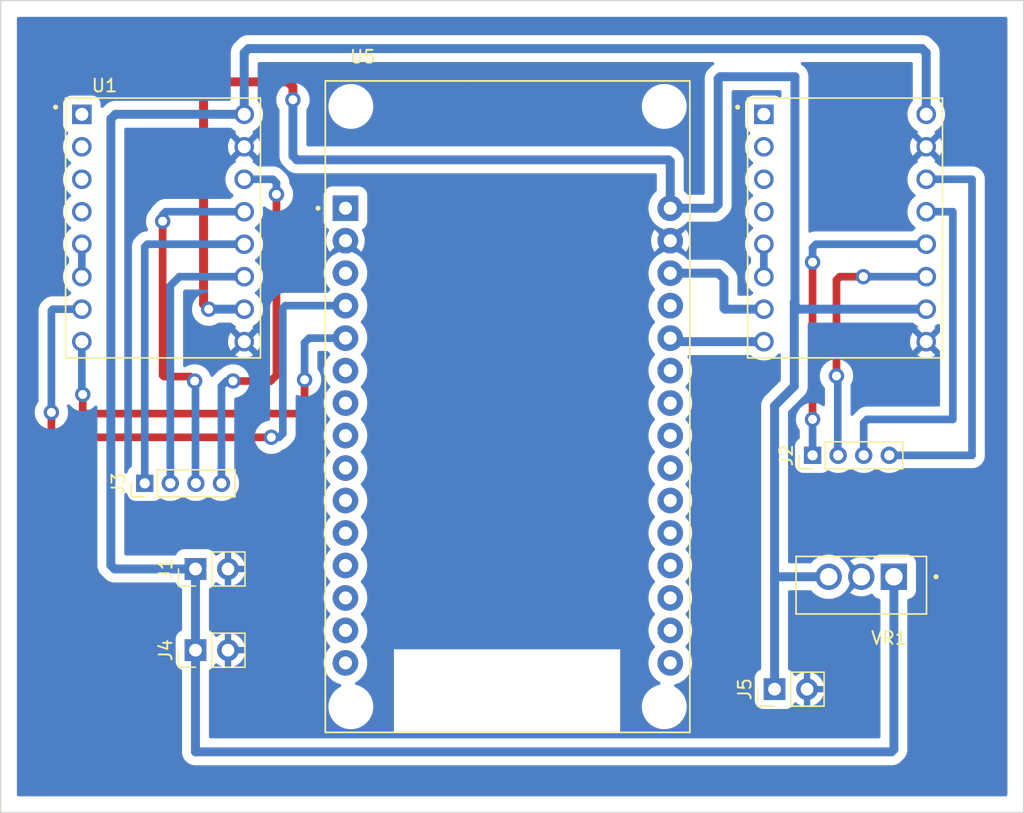
<source format=kicad_pcb>
(kicad_pcb (version 20221018) (generator pcbnew)
  (layers (0 "F.Cu" signal) (31 "B.Cu" signal) (34 "B.Paste" user) (35 "F.Paste" user) (36 "B.SilkS" user "B.Silkscreen") (37 "F.SilkS" user "F.Silkscreen") (38 "B.Mask" user) (39 "F.Mask" user) (44 "Edge.Cuts" user))
  (net 0 "")
  (net 1 "12V")
  (net 2 "GND")
  (net 3 "1A1")
  (net 4 "1B1")
  (net 5 "1A2")
  (net 6 "1B2")
  (net 7 "5V")
  (net 12 "Net-(U1-~{RESET})")
  (net 13 "PIN13")
  (net 14 "PIN14")
  (net 15 "2A2")
  (net 16 "2B2")
  (net 21 "Net-(U2-~{RESET})")
  (net 22 "PIN2")
  (net 23 "PIN4")
  (net 24 "2A1")
  (net 25 "2B1")
  (footprint "Connector_PinHeader_2.00mm:PinHeader_1x04_P2.00mm_Vertical" (layer "F.Cu") (at 163.83 130.81 90)
    (fp_text reference "J2" (at 0 -2.06 90) (layer "F.SilkS"))
    (fp_text value "portdriver1")
    (fp_line (start -1.06 -1.06) (end 0 -1.06) (stroke (width 0.12)) (layer "F.SilkS"))
    (fp_line (start -1.06 0) (end -1.06 -1.06) (stroke (width 0.12)) (layer "F.SilkS"))
    (fp_line (start -1.06 1) (end -1.06 7.06) (stroke (width 0.12)) (layer "F.SilkS"))
    (fp_line (start -1.06 1) (end 1.06 1) (stroke (width 0.12)) (layer "F.SilkS"))
    (fp_line (start -1.06 7.06) (end 1.06 7.06) (stroke (width 0.12)) (layer "F.SilkS"))
    (fp_line (start 1.06 1) (end 1.06 7.06) (stroke (width 0.12)) (layer "F.SilkS"))
    (pad "1" thru_hole rect (at 0 0 90) (size 1.35 1.35) (drill 0.8) (layers "*.Cu" "*.Mask") (net 3 "1A1"))
    (pad "2" thru_hole oval (at 0 2 90) (size 1.35 1.35) (drill 0.8) (layers "*.Cu" "*.Mask") (net 4 "1B1"))
    (pad "3" thru_hole oval (at 0 4 90) (size 1.35 1.35) (drill 0.8) (layers "*.Cu" "*.Mask") (net 24 "2A1"))
    (pad "4" thru_hole oval (at 0 6 90) (size 1.35 1.35) (drill 0.8) (layers "*.Cu" "*.Mask") (net 25 "2B1"))
  )
  (footprint "ESP32-DEVKIT-V1:MODULE_ESP32_DEVKIT_V1" (layer "F.Cu") (at 140 127)
    (fp_text reference "U5" (at -11.355 -27.36) (layer "F.SilkS"))
    (fp_text value "ESP32-DEVKIT-V1")
    (fp_line (start -14.28 -25.475) (end -3.211 -25.475) (stroke (width 0.127)) (layer "F.SilkS"))
    (fp_line (start -14.28 -25.475) (end 14.23 -25.475) (stroke (width 0.127)) (layer "F.SilkS"))
    (fp_line (start -14.28 25.475) (end -14.28 -25.475) (stroke (width 0.127)) (layer "F.SilkS"))
    (fp_line (start -14.28 25.475) (end -14.28 -25.475) (stroke (width 0.127)) (layer "F.SilkS"))
    (fp_line (start -14.28 25.475) (end -8.91 25.475) (stroke (width 0.127)) (layer "F.SilkS"))
    (fp_line (start -8.91 25.475) (end 8.78 25.475) (stroke (width 0.127)) (layer "F.SilkS"))
    (fp_line (start -3.211 -25.475) (end 3.5 -25.475) (stroke (width 0.127)) (layer "F.SilkS"))
    (fp_line (start 3.5 -25.475) (end 14.23 -25.475) (stroke (width 0.127)) (layer "F.SilkS"))
    (fp_line (start 8.78 25.475) (end 14.23 25.475) (stroke (width 0.127)) (layer "F.SilkS"))
    (fp_line (start 14.23 -25.475) (end 14.23 25.475) (stroke (width 0.127)) (layer "F.SilkS"))
    (fp_line (start 14.23 -25.475) (end 14.23 25.475) (stroke (width 0.127)) (layer "F.SilkS"))
    (fp_line (start 14.23 25.475) (end -14.28 25.475) (stroke (width 0.127)) (layer "F.SilkS"))
    (fp_circle (center -14.85 -15.515) (end -14.75 -15.515) (stroke (width 0.2)) (fill none) (layer "F.SilkS"))
    (pad "" np_thru_hole circle (at -12.28 -23.475) (size 3 3) (drill 3) (layers "*.Cu" "*.Mask"))
    (pad "" np_thru_hole circle (at -12.28 23.475) (size 3 3) (drill 3) (layers "*.Cu" "*.Mask"))
    (pad "" np_thru_hole circle (at 12.23 -23.475) (size 3 3) (drill 3) (layers "*.Cu" "*.Mask"))
    (pad "" np_thru_hole circle (at 12.23 23.475) (size 3 3) (drill 3) (layers "*.Cu" "*.Mask"))
    (pad "1" thru_hole rect (at -12.7 -15.515) (size 2 2) (drill 1.02) (layers "*.Cu" "*.Mask"))
    (pad "2" thru_hole circle (at -12.7 -12.975) (size 2 2) (drill 1.02) (layers "*.Cu" "*.Mask") (net 2 "GND"))
    (pad "3" thru_hole circle (at -12.7 -10.435) (size 2 2) (drill 1.02) (layers "*.Cu" "*.Mask"))
    (pad "4" thru_hole circle (at -12.7 -7.895) (size 2 2) (drill 1.02) (layers "*.Cu" "*.Mask") (net 22 "PIN2"))
    (pad "5" thru_hole circle (at -12.7 -5.355) (size 2 2) (drill 1.02) (layers "*.Cu" "*.Mask") (net 23 "PIN4"))
    (pad "6" thru_hole circle (at -12.7 -2.815) (size 2 2) (drill 1.02) (layers "*.Cu" "*.Mask"))
    (pad "7" thru_hole circle (at -12.7 -0.275) (size 2 2) (drill 1.02) (layers "*.Cu" "*.Mask"))
    (pad "8" thru_hole circle (at -12.7 2.265) (size 2 2) (drill 1.02) (layers "*.Cu" "*.Mask"))
    (pad "9" thru_hole circle (at -12.7 4.805) (size 2 2) (drill 1.02) (layers "*.Cu" "*.Mask"))
    (pad "10" thru_hole circle (at -12.7 7.345) (size 2 2) (drill 1.02) (layers "*.Cu" "*.Mask"))
    (pad "11" thru_hole circle (at -12.7 9.885) (size 2 2) (drill 1.02) (layers "*.Cu" "*.Mask"))
    (pad "12" thru_hole circle (at -12.7 12.425) (size 2 2) (drill 1.02) (layers "*.Cu" "*.Mask"))
    (pad "13" thru_hole circle (at -12.7 14.965) (size 2 2) (drill 1.02) (layers "*.Cu" "*.Mask"))
    (pad "14" thru_hole circle (at -12.7 17.505) (size 2 2) (drill 1.02) (layers "*.Cu" "*.Mask"))
    (pad "15" thru_hole circle (at -12.7 20.045) (size 2 2) (drill 1.02) (layers "*.Cu" "*.Mask"))
    (pad "16" thru_hole circle (at 12.7 20.045) (size 2 2) (drill 1.02) (layers "*.Cu" "*.Mask"))
    (pad "17" thru_hole circle (at 12.7 17.505) (size 2 2) (drill 1.02) (layers "*.Cu" "*.Mask"))
    (pad "18" thru_hole circle (at 12.7 14.965) (size 2 2) (drill 1.02) (layers "*.Cu" "*.Mask"))
    (pad "19" thru_hole circle (at 12.7 12.425) (size 2 2) (drill 1.02) (layers "*.Cu" "*.Mask"))
    (pad "20" thru_hole circle (at 12.7 9.885) (size 2 2) (drill 1.02) (layers "*.Cu" "*.Mask"))
    (pad "21" thru_hole circle (at 12.7 7.345) (size 2 2) (drill 1.02) (layers "*.Cu" "*.Mask"))
    (pad "22" thru_hole circle (at 12.7 4.805) (size 2 2) (drill 1.02) (layers "*.Cu" "*.Mask"))
    (pad "23" thru_hole circle (at 12.7 2.265) (size 2 2) (drill 1.02) (layers "*.Cu" "*.Mask"))
    (pad "24" thru_hole circle (at 12.7 -0.275) (size 2 2) (drill 1.02) (layers "*.Cu" "*.Mask"))
    (pad "25" thru_hole circle (at 12.7 -2.815) (size 2 2) (drill 1.02) (layers "*.Cu" "*.Mask"))
    (pad "26" thru_hole circle (at 12.7 -5.355) (size 2 2) (drill 1.02) (layers "*.Cu" "*.Mask") (net 14 "PIN14"))
    (pad "27" thru_hole circle (at 12.7 -7.895) (size 2 2) (drill 1.02) (layers "*.Cu" "*.Mask"))
    (pad "28" thru_hole circle (at 12.7 -10.435) (size 2 2) (drill 1.02) (layers "*.Cu" "*.Mask") (net 13 "PIN13"))
    (pad "29" thru_hole circle (at 12.7 -12.975) (size 2 2) (drill 1.02) (layers "*.Cu" "*.Mask") (net 2 "GND"))
    (pad "30" thru_hole circle (at 12.7 -15.515) (size 2 2) (drill 1.02) (layers "*.Cu" "*.Mask") (net 7 "5V"))
    (zone (net 0) (net_name "") (layer "B.Cu") (connect_pads (clearance 0)) (min_thickness 0.01)
      (keepout (tracks not_allowed) (vias not_allowed) (pads not_allowed) (copperpour not_allowed) (footprints allowed))
      (fill (thermal_gap 0.508) (thermal_bridge_width 0.508))
      (polygon (pts (xy 131.09 145.985) (xy 148.78 145.985) (xy 148.78 152.475) (xy 131.09 152.475)))
    )
  )
  (footprint "L7805:TO255P1020X450X2000-3" (layer "F.Cu") (at 167.64 140.97 180)
    (fp_text reference "VR1" (at -2.175 -4.135) (layer "F.SilkS"))
    (fp_text value "L7805")
    (fp_line (start -5.1 -2.25) (end 5.1 -2.25) (stroke (width 0.127)) (layer "F.SilkS"))
    (fp_line (start -5.1 2.25) (end -5.1 -2.25) (stroke (width 0.127)) (layer "F.SilkS"))
    (fp_line (start 5.1 -2.25) (end 5.1 2.25) (stroke (width 0.127)) (layer "F.SilkS"))
    (fp_line (start 5.1 2.25) (end -5.1 2.25) (stroke (width 0.127)) (layer "F.SilkS"))
    (fp_circle (center -5.85 0.6625) (end -5.75 0.6625) (stroke (width 0.2)) (fill none) (layer "F.SilkS"))
    (pad "1" thru_hole rect (at -2.55 0.6625 180) (size 2.055 2.055) (drill 1.37) (layers "*.Cu" "*.Mask") (net 1 "12V"))
    (pad "2" thru_hole circle (at 0 0.6625 180) (size 2.055 2.055) (drill 1.37) (layers "*.Cu" "*.Mask") (net 2 "GND"))
    (pad "3" thru_hole circle (at 2.55 0.6625 180) (size 2.055 2.055) (drill 1.37) (layers "*.Cu" "*.Mask") (net 7 "5V"))
  )
  (footprint "Connector_PinHeader_2.00mm:PinHeader_1x04_P2.00mm_Vertical" (layer "F.Cu") (at 111.6 133 90)
    (fp_text reference "J3" (at 0 -2.06 90) (layer "F.SilkS"))
    (fp_text value "portdriver2")
    (fp_line (start -1.06 -1.06) (end 0 -1.06) (stroke (width 0.12)) (layer "F.SilkS"))
    (fp_line (start -1.06 0) (end -1.06 -1.06) (stroke (width 0.12)) (layer "F.SilkS"))
    (fp_line (start -1.06 1) (end -1.06 7.06) (stroke (width 0.12)) (layer "F.SilkS"))
    (fp_line (start -1.06 1) (end 1.06 1) (stroke (width 0.12)) (layer "F.SilkS"))
    (fp_line (start -1.06 7.06) (end 1.06 7.06) (stroke (width 0.12)) (layer "F.SilkS"))
    (fp_line (start 1.06 1) (end 1.06 7.06) (stroke (width 0.12)) (layer "F.SilkS"))
    (pad "1" thru_hole rect (at 0 0 90) (size 1.35 1.35) (drill 0.8) (layers "*.Cu" "*.Mask") (net 5 "1A2"))
    (pad "2" thru_hole oval (at 0 2 90) (size 1.35 1.35) (drill 0.8) (layers "*.Cu" "*.Mask") (net 6 "1B2"))
    (pad "3" thru_hole oval (at 0 4 90) (size 1.35 1.35) (drill 0.8) (layers "*.Cu" "*.Mask") (net 15 "2A2"))
    (pad "4" thru_hole oval (at 0 6 90) (size 1.35 1.35) (drill 0.8) (layers "*.Cu" "*.Mask") (net 16 "2B2"))
  )
  (footprint "A4988_STEPPER_MOTOR_DRIVER_CARRIER:MODULE_A4988_STEPPER_MOTOR_DRIVER_CARRIER" (layer "F.Cu") (at 113.03 113.03)
    (fp_text reference "U1" (at -4.575 -11.135) (layer "F.SilkS"))
    (fp_text value "Driver2")
    (fp_line (start -7.62 -10.16) (end 7.62 -10.16) (stroke (width 0.127)) (layer "F.SilkS"))
    (fp_line (start -7.62 10.16) (end -7.62 -10.16) (stroke (width 0.127)) (layer "F.SilkS"))
    (fp_line (start 7.62 -10.16) (end 7.62 10.16) (stroke (width 0.127)) (layer "F.SilkS"))
    (fp_line (start 7.62 10.16) (end -7.62 10.16) (stroke (width 0.127)) (layer "F.SilkS"))
    (fp_circle (center -8.4 -9.45) (end -8.3 -9.45) (stroke (width 0.2)) (fill none) (layer "F.SilkS"))
    (pad "1" thru_hole rect (at -6.35 -8.89) (size 1.53 1.53) (drill 1.02) (layers "*.Cu" "*.Mask"))
    (pad "2" thru_hole circle (at -6.35 -6.35) (size 1.53 1.53) (drill 1.02) (layers "*.Cu" "*.Mask"))
    (pad "3" thru_hole circle (at -6.35 -3.81) (size 1.53 1.53) (drill 1.02) (layers "*.Cu" "*.Mask"))
    (pad "4" thru_hole circle (at -6.35 -1.27) (size 1.53 1.53) (drill 1.02) (layers "*.Cu" "*.Mask"))
    (pad "5" thru_hole circle (at -6.35 1.27) (size 1.53 1.53) (drill 1.02) (layers "*.Cu" "*.Mask") (net 12 "Net-(U1-~{RESET})"))
    (pad "6" thru_hole circle (at -6.35 3.81) (size 1.53 1.53) (drill 1.02) (layers "*.Cu" "*.Mask") (net 12 "Net-(U1-~{RESET})"))
    (pad "7" thru_hole circle (at -6.35 6.35) (size 1.53 1.53) (drill 1.02) (layers "*.Cu" "*.Mask") (net 22 "PIN2"))
    (pad "8" thru_hole circle (at -6.35 8.89) (size 1.53 1.53) (drill 1.02) (layers "*.Cu" "*.Mask") (net 23 "PIN4"))
    (pad "9" thru_hole circle (at 6.35 8.89) (size 1.53 1.53) (drill 1.02) (layers "*.Cu" "*.Mask") (net 2 "GND"))
    (pad "10" thru_hole circle (at 6.35 6.35) (size 1.53 1.53) (drill 1.02) (layers "*.Cu" "*.Mask") (net 7 "5V"))
    (pad "11" thru_hole circle (at 6.35 3.81) (size 1.53 1.53) (drill 1.02) (layers "*.Cu" "*.Mask") (net 6 "1B2"))
    (pad "12" thru_hole circle (at 6.35 1.27) (size 1.53 1.53) (drill 1.02) (layers "*.Cu" "*.Mask") (net 5 "1A2"))
    (pad "13" thru_hole circle (at 6.35 -1.27) (size 1.53 1.53) (drill 1.02) (layers "*.Cu" "*.Mask") (net 15 "2A2"))
    (pad "14" thru_hole circle (at 6.35 -3.81) (size 1.53 1.53) (drill 1.02) (layers "*.Cu" "*.Mask") (net 16 "2B2"))
    (pad "15" thru_hole circle (at 6.35 -6.35) (size 1.53 1.53) (drill 1.02) (layers "*.Cu" "*.Mask") (net 2 "GND"))
    (pad "16" thru_hole circle (at 6.35 -8.89) (size 1.53 1.53) (drill 1.02) (layers "*.Cu" "*.Mask") (net 1 "12V"))
  )
  (footprint "Connector_PinHeader_2.54mm:PinHeader_1x02_P2.54mm_Vertical" (layer "F.Cu") (at 115.57 139.7 90)
    (fp_text reference "J1" (at 0 -2.33 90) (layer "F.SilkS"))
    (fp_text value "Alim12V")
    (fp_line (start -1.33 -1.33) (end 0 -1.33) (stroke (width 0.12)) (layer "F.SilkS"))
    (fp_line (start -1.33 0) (end -1.33 -1.33) (stroke (width 0.12)) (layer "F.SilkS"))
    (fp_line (start -1.33 1.27) (end -1.33 3.87) (stroke (width 0.12)) (layer "F.SilkS"))
    (fp_line (start -1.33 1.27) (end 1.33 1.27) (stroke (width 0.12)) (layer "F.SilkS"))
    (fp_line (start -1.33 3.87) (end 1.33 3.87) (stroke (width 0.12)) (layer "F.SilkS"))
    (fp_line (start 1.33 1.27) (end 1.33 3.87) (stroke (width 0.12)) (layer "F.SilkS"))
    (pad "1" thru_hole rect (at 0 0 90) (size 1.7 1.7) (drill 1) (layers "*.Cu" "*.Mask") (net 1 "12V"))
    (pad "2" thru_hole oval (at 0 2.54 90) (size 1.7 1.7) (drill 1) (layers "*.Cu" "*.Mask") (net 2 "GND"))
  )
  (footprint "A4988_STEPPER_MOTOR_DRIVER_CARRIER:MODULE_A4988_STEPPER_MOTOR_DRIVER_CARRIER" (layer "F.Cu") (at 166.37 113.03)
    (fp_text reference "U2" hide)
    (fp_text value "Driver1")
    (fp_line (start -7.62 -10.16) (end 7.62 -10.16) (stroke (width 0.127)) (layer "F.SilkS"))
    (fp_line (start -7.62 10.16) (end -7.62 -10.16) (stroke (width 0.127)) (layer "F.SilkS"))
    (fp_line (start 7.62 -10.16) (end 7.62 10.16) (stroke (width 0.127)) (layer "F.SilkS"))
    (fp_line (start 7.62 10.16) (end -7.62 10.16) (stroke (width 0.127)) (layer "F.SilkS"))
    (fp_circle (center -8.4 -9.45) (end -8.3 -9.45) (stroke (width 0.2)) (fill none) (layer "F.SilkS"))
    (pad "1" thru_hole rect (at -6.35 -8.89) (size 1.53 1.53) (drill 1.02) (layers "*.Cu" "*.Mask"))
    (pad "2" thru_hole circle (at -6.35 -6.35) (size 1.53 1.53) (drill 1.02) (layers "*.Cu" "*.Mask"))
    (pad "3" thru_hole circle (at -6.35 -3.81) (size 1.53 1.53) (drill 1.02) (layers "*.Cu" "*.Mask"))
    (pad "4" thru_hole circle (at -6.35 -1.27) (size 1.53 1.53) (drill 1.02) (layers "*.Cu" "*.Mask"))
    (pad "5" thru_hole circle (at -6.35 1.27) (size 1.53 1.53) (drill 1.02) (layers "*.Cu" "*.Mask") (net 21 "Net-(U2-~{RESET})"))
    (pad "6" thru_hole circle (at -6.35 3.81) (size 1.53 1.53) (drill 1.02) (layers "*.Cu" "*.Mask") (net 21 "Net-(U2-~{RESET})"))
    (pad "7" thru_hole circle (at -6.35 6.35) (size 1.53 1.53) (drill 1.02) (layers "*.Cu" "*.Mask") (net 13 "PIN13"))
    (pad "8" thru_hole circle (at -6.35 8.89) (size 1.53 1.53) (drill 1.02) (layers "*.Cu" "*.Mask") (net 14 "PIN14"))
    (pad "9" thru_hole circle (at 6.35 8.89) (size 1.53 1.53) (drill 1.02) (layers "*.Cu" "*.Mask") (net 2 "GND"))
    (pad "10" thru_hole circle (at 6.35 6.35) (size 1.53 1.53) (drill 1.02) (layers "*.Cu" "*.Mask") (net 7 "5V"))
    (pad "11" thru_hole circle (at 6.35 3.81) (size 1.53 1.53) (drill 1.02) (layers "*.Cu" "*.Mask") (net 4 "1B1"))
    (pad "12" thru_hole circle (at 6.35 1.27) (size 1.53 1.53) (drill 1.02) (layers "*.Cu" "*.Mask") (net 3 "1A1"))
    (pad "13" thru_hole circle (at 6.35 -1.27) (size 1.53 1.53) (drill 1.02) (layers "*.Cu" "*.Mask") (net 24 "2A1"))
    (pad "14" thru_hole circle (at 6.35 -3.81) (size 1.53 1.53) (drill 1.02) (layers "*.Cu" "*.Mask") (net 25 "2B1"))
    (pad "15" thru_hole circle (at 6.35 -6.35) (size 1.53 1.53) (drill 1.02) (layers "*.Cu" "*.Mask") (net 2 "GND"))
    (pad "16" thru_hole circle (at 6.35 -8.89) (size 1.53 1.53) (drill 1.02) (layers "*.Cu" "*.Mask") (net 1 "12V"))
  )
  (footprint "Connector_PinHeader_2.54mm:PinHeader_1x02_P2.54mm_Vertical" (layer "F.Cu") (at 160.86 149.1 90)
    (fp_text reference "J5" (at 0 -2.33 90) (layer "F.SilkS"))
    (fp_text value "C2")
    (fp_line (start -1.33 -1.33) (end 0 -1.33) (stroke (width 0.12)) (layer "F.SilkS"))
    (fp_line (start -1.33 0) (end -1.33 -1.33) (stroke (width 0.12)) (layer "F.SilkS"))
    (fp_line (start -1.33 1.27) (end -1.33 3.87) (stroke (width 0.12)) (layer "F.SilkS"))
    (fp_line (start -1.33 1.27) (end 1.33 1.27) (stroke (width 0.12)) (layer "F.SilkS"))
    (fp_line (start -1.33 3.87) (end 1.33 3.87) (stroke (width 0.12)) (layer "F.SilkS"))
    (fp_line (start 1.33 1.27) (end 1.33 3.87) (stroke (width 0.12)) (layer "F.SilkS"))
    (pad "1" thru_hole rect (at 0 0 90) (size 1.7 1.7) (drill 1) (layers "*.Cu" "*.Mask") (net 7 "5V"))
    (pad "2" thru_hole oval (at 0 2.54 90) (size 1.7 1.7) (drill 1) (layers "*.Cu" "*.Mask") (net 2 "GND"))
  )
  (footprint "Connector_PinHeader_2.54mm:PinHeader_1x02_P2.54mm_Vertical" (layer "F.Cu") (at 115.57 146.05 90)
    (fp_text reference "J4" (at 0 -2.33 90) (layer "F.SilkS"))
    (fp_text value "C1")
    (fp_line (start -1.33 -1.33) (end 0 -1.33) (stroke (width 0.12)) (layer "F.SilkS"))
    (fp_line (start -1.33 0) (end -1.33 -1.33) (stroke (width 0.12)) (layer "F.SilkS"))
    (fp_line (start -1.33 1.27) (end -1.33 3.87) (stroke (width 0.12)) (layer "F.SilkS"))
    (fp_line (start -1.33 1.27) (end 1.33 1.27) (stroke (width 0.12)) (layer "F.SilkS"))
    (fp_line (start -1.33 3.87) (end 1.33 3.87) (stroke (width 0.12)) (layer "F.SilkS"))
    (fp_line (start 1.33 1.27) (end 1.33 3.87) (stroke (width 0.12)) (layer "F.SilkS"))
    (pad "1" thru_hole rect (at 0 0 90) (size 1.7 1.7) (drill 1) (layers "*.Cu" "*.Mask") (net 1 "12V"))
    (pad "2" thru_hole oval (at 0 2.54 90) (size 1.7 1.7) (drill 1) (layers "*.Cu" "*.Mask") (net 2 "GND"))
  )
  (gr_line (start 180.34 158.75) (end 180.34 95.25) (stroke (width 0.1)) (layer "Edge.Cuts"))
  (gr_line (start 100.33 95.25) (end 100.33 158.75) (stroke (width 0.1)) (layer "Edge.Cuts"))
  (gr_line (start 100.33 158.75) (end 180.34 158.75) (stroke (width 0.1)) (layer "Edge.Cuts"))
  (gr_line (start 180.34 95.25) (end 100.33 95.25) (stroke (width 0.1)) (layer "Edge.Cuts"))
  (segment (start 115.57 154) (end 115.57 146.05) (width 0.7) (layer "B.Cu") (net 1))
  (segment (start 108.95 104.5) (end 108.95 139.4) (width 0.7) (layer "B.Cu") (net 1))
  (segment (start 172.39 99) (end 172.72 99.33) (width 0.7) (layer "B.Cu") (net 1))
  (segment (start 172.72 99.33) (end 172.72 104.14) (width 0.7) (layer "B.Cu") (net 1))
  (segment (start 170.19 140.3075) (end 170.19 153.81) (width 0.7) (layer "B.Cu") (net 1))
  (segment (start 170 154) (end 115.57 154) (width 0.7) (layer "B.Cu") (net 1))
  (segment (start 109.25 139.7) (end 115.57 139.7) (width 0.7) (layer "B.Cu") (net 1))
  (segment (start 108.95 139.4) (end 109.25 139.7) (width 0.7) (layer "B.Cu") (net 1))
  (segment (start 109.31 104.14) (end 108.95 104.5) (width 0.7) (layer "B.Cu") (net 1))
  (segment (start 170.19 153.81) (end 170 154) (width 0.7) (layer "B.Cu") (net 1))
  (segment (start 119.38 99.33) (end 119.71 99) (width 0.7) (layer "B.Cu") (net 1))
  (segment (start 119.38 104.14) (end 119.38 99.33) (width 0.7) (layer "B.Cu") (net 1))
  (segment (start 119.71 99) (end 172.39 99) (width 0.7) (layer "B.Cu") (net 1))
  (segment (start 115.57 139.7) (end 115.57 146.05) (width 0.7) (layer "B.Cu") (net 1))
  (segment (start 119.38 104.14) (end 109.31 104.14) (width 0.7) (layer "B.Cu") (net 1))
  (segment (start 163.83 115.7) (end 163.83 128) (width 0.6) (layer "F.Cu") (net 3))
  (via (at 163.83 115.7) (size 1.2) (drill 0.7) (layers "F.Cu" "B.Cu") (net 3))
  (via (at 163.83 128) (size 1.2) (drill 0.7) (layers "F.Cu" "B.Cu") (net 3))
  (segment (start 163.83 114.57) (end 164.1 114.3) (width 0.6) (layer "B.Cu") (net 3))
  (segment (start 164.1 114.3) (end 172.72 114.3) (width 0.6) (layer "B.Cu") (net 3))
  (segment (start 163.83 128) (end 163.83 130.81) (width 0.6) (layer "B.Cu") (net 3))
  (segment (start 163.83 115.7) (end 163.83 114.57) (width 0.6) (layer "B.Cu") (net 3))
  (segment (start 165.7 124.6) (end 165.7 117.1) (width 0.6) (layer "F.Cu") (net 4))
  (segment (start 165.96 116.84) (end 167.8 116.84) (width 0.6) (layer "F.Cu") (net 4))
  (segment (start 165.7 117.1) (end 165.96 116.84) (width 0.6) (layer "F.Cu") (net 4))
  (via (at 165.7 124.6) (size 1.2) (drill 0.7) (layers "F.Cu" "B.Cu") (net 4))
  (via (at 167.8 116.84) (size 1.2) (drill 0.7) (layers "F.Cu" "B.Cu") (net 4))
  (segment (start 165.8 124.7) (end 165.8 130.78) (width 0.6) (layer "B.Cu") (net 4))
  (segment (start 165.8 130.78) (end 165.83 130.81) (width 0.6) (layer "B.Cu") (net 4))
  (segment (start 167.8 116.84) (end 172.72 116.84) (width 0.6) (layer "B.Cu") (net 4))
  (segment (start 165.7 124.6) (end 165.8 124.7) (width 0.6) (layer "B.Cu") (net 4))
  (segment (start 111.6 114.5) (end 111.6 133) (width 0.6) (layer "B.Cu") (net 5))
  (segment (start 119.38 114.3) (end 111.8 114.3) (width 0.6) (layer "B.Cu") (net 5))
  (segment (start 111.8 114.3) (end 111.6 114.5) (width 0.6) (layer "B.Cu") (net 5))
  (segment (start 114.31 116.84) (end 119.38 116.84) (width 0.6) (layer "B.Cu") (net 6))
  (segment (start 113.6 117.55) (end 114.31 116.84) (width 0.6) (layer "B.Cu") (net 6))
  (segment (start 113.6 133) (end 113.6 117.55) (width 0.6) (layer "B.Cu") (net 6))
  (segment (start 116.2 118.98) (end 116.6 119.38) (width 0.7) (layer "F.Cu") (net 7))
  (segment (start 123.19 103) (end 123.19 101.99) (width 0.7) (layer "F.Cu") (net 7))
  (segment (start 116.2 101.8) (end 116.2 118.98) (width 0.7) (layer "F.Cu") (net 7))
  (segment (start 123.19 101.99) (end 122.8 101.6) (width 0.7) (layer "F.Cu") (net 7))
  (segment (start 116.4 101.6) (end 116.2 101.8) (width 0.7) (layer "F.Cu") (net 7))
  (segment (start 122.8 101.6) (end 116.4 101.6) (width 0.7) (layer "F.Cu") (net 7))
  (via (at 116.6 119.38) (size 1.2) (drill 0.7) (layers "F.Cu" "B.Cu") (net 7))
  (via (at 123.19 103) (size 1.2) (drill 0.7) (layers "F.Cu" "B.Cu") (net 7))
  (segment (start 160.86 140.44) (end 160.86 149.1) (width 0.7) (layer "B.Cu") (net 7))
  (segment (start 165.09 140.3075) (end 160.9925 140.3075) (width 0.7) (layer "B.Cu") (net 7))
  (segment (start 160.86 140.44) (end 160.86 126.94) (width 0.7) (layer "B.Cu") (net 7))
  (segment (start 172.72 119.38) (end 162.73 119.38) (width 0.7) (layer "B.Cu") (net 7))
  (segment (start 123.5 107.7) (end 152.575 107.7) (width 0.7) (layer "B.Cu") (net 7))
  (segment (start 162.73 119.38) (end 162.45 119.1) (width 0.7) (layer "B.Cu") (net 7))
  (segment (start 152.575 107.7) (end 152.7 107.825) (width 0.7) (layer "B.Cu") (net 7))
  (segment (start 123.19 103) (end 123.19 107.39) (width 0.7) (layer "B.Cu") (net 7))
  (segment (start 116.6 119.38) (end 119.38 119.38) (width 0.7) (layer "B.Cu") (net 7))
  (segment (start 162.45 118.8) (end 162.45 119.1) (width 0.7) (layer "B.Cu") (net 7))
  (segment (start 156.45 101.35) (end 156.45 111.2) (width 0.7) (layer "B.Cu") (net 7))
  (segment (start 152.7 107.825) (end 152.7 111.485) (width 0.7) (layer "B.Cu") (net 7))
  (segment (start 162.45 119.1) (end 162.45 101.2) (width 0.7) (layer "B.Cu") (net 7))
  (segment (start 156.6 101.2) (end 156.45 101.35) (width 0.7) (layer "B.Cu") (net 7))
  (segment (start 162.4 118.85) (end 162.45 118.8) (width 0.7) (layer "B.Cu") (net 7))
  (segment (start 160.86 126.94) (end 162.4 125.4) (width 0.7) (layer "B.Cu") (net 7))
  (segment (start 160.9925 140.3075) (end 160.86 140.44) (width 0.7) (layer "B.Cu") (net 7))
  (segment (start 156.45 111.2) (end 156.165 111.485) (width 0.7) (layer "B.Cu") (net 7))
  (segment (start 156.165 111.485) (end 152.7 111.485) (width 0.7) (layer "B.Cu") (net 7))
  (segment (start 162.4 125.4) (end 162.4 118.85) (width 0.7) (layer "B.Cu") (net 7))
  (segment (start 162.45 101.2) (end 156.6 101.2) (width 0.7) (layer "B.Cu") (net 7))
  (segment (start 119.38 119.38) (end 119.41 119.35) (width 0.7) (layer "B.Cu") (net 7))
  (segment (start 123.19 107.39) (end 123.5 107.7) (width 0.7) (layer "B.Cu") (net 7))
  (segment (start 106.68 114.3) (end 106.68 116.84) (width 0.6) (layer "B.Cu") (net 12))
  (segment (start 156.465 116.565) (end 152.7 116.565) (width 0.7) (layer "B.Cu") (net 13))
  (segment (start 156.9 119.3) (end 156.9 117) (width 0.7) (layer "B.Cu") (net 13))
  (segment (start 160.02 119.38) (end 156.98 119.38) (width 0.7) (layer "B.Cu") (net 13))
  (segment (start 156.9 117) (end 156.465 116.565) (width 0.7) (layer "B.Cu") (net 13))
  (segment (start 156.98 119.38) (end 156.9 119.3) (width 0.7) (layer "B.Cu") (net 13))
  (segment (start 160.02 121.92) (end 152.975 121.92) (width 0.7) (layer "B.Cu") (net 14))
  (segment (start 152.975 121.92) (end 152.7 121.645) (width 0.7) (layer "B.Cu") (net 14))
  (segment (start 113.1 124.65) (end 113 124.55) (width 0.6) (layer "F.Cu") (net 15))
  (segment (start 113 124.55) (end 113 112.5) (width 0.6) (layer "F.Cu") (net 15))
  (segment (start 115.15 124.65) (end 113.1 124.65) (width 0.6) (layer "F.Cu") (net 15))
  (segment (start 115.5 125) (end 115.15 124.65) (width 0.6) (layer "F.Cu") (net 15))
  (via (at 115.5 125) (size 1.2) (drill 0.7) (layers "F.Cu" "B.Cu") (net 15))
  (via (at 113 112.5) (size 1.2) (drill 0.7) (layers "F.Cu" "B.Cu") (net 15))
  (segment (start 113 112.5) (end 113 112) (width 0.6) (layer "B.Cu") (net 15))
  (segment (start 115.57 132.97) (end 115.6 133) (width 0.6) (layer "B.Cu") (net 15))
  (segment (start 115.57 125.07) (end 115.57 132.97) (width 0.6) (layer "B.Cu") (net 15))
  (segment (start 113.24 111.76) (end 119.38 111.76) (width 0.6) (layer "B.Cu") (net 15))
  (segment (start 115.5 125) (end 115.57 125.07) (width 0.6) (layer "B.Cu") (net 15))
  (segment (start 113 112) (end 113.24 111.76) (width 0.6) (layer "B.Cu") (net 15))
  (segment (start 121.45 125) (end 121.9 124.55) (width 0.6) (layer "F.Cu") (net 16))
  (segment (start 121.9 124.55) (end 121.9 110.4) (width 0.6) (layer "F.Cu") (net 16))
  (segment (start 118.5 125) (end 121.45 125) (width 0.6) (layer "F.Cu") (net 16))
  (via (at 118.5 125) (size 1.2) (drill 0.7) (layers "F.Cu" "B.Cu") (net 16))
  (via (at 121.9 110.4) (size 1.2) (drill 0.7) (layers "F.Cu" "B.Cu") (net 16))
  (segment (start 118 125) (end 117.6 125.4) (width 0.6) (layer "B.Cu") (net 16))
  (segment (start 117.6 125.4) (end 117.6 133) (width 0.6) (layer "B.Cu") (net 16))
  (segment (start 121.9 110.4) (end 121.9 109.5) (width 0.6) (layer "B.Cu") (net 16))
  (segment (start 121.9 109.5) (end 121.62 109.22) (width 0.6) (layer "B.Cu") (net 16))
  (segment (start 118.5 125) (end 118 125) (width 0.6) (layer "B.Cu") (net 16))
  (segment (start 121.62 109.22) (end 119.38 109.22) (width 0.6) (layer "B.Cu") (net 16))
  (segment (start 160.02 114.3) (end 160.02 116.84) (width 0.6) (layer "B.Cu") (net 21))
  (segment (start 104.3 127.45) (end 104.3 128.9) (width 0.6) (layer "F.Cu") (net 22))
  (segment (start 104.3 128.9) (end 104.8 129.4) (width 0.6) (layer "F.Cu") (net 22))
  (segment (start 104.8 129.4) (end 121.5 129.4) (width 0.6) (layer "F.Cu") (net 22))
  (via (at 121.5 129.4) (size 1.2) (drill 0.7) (layers "F.Cu" "B.Cu") (net 22))
  (via (at 104.3 127.45) (size 1.2) (drill 0.7) (layers "F.Cu" "B.Cu") (net 22))
  (segment (start 104.42 119.38) (end 106.68 119.38) (width 0.6) (layer "B.Cu") (net 22))
  (segment (start 104.3 127.45) (end 104.3 119.5) (width 0.6) (layer "B.Cu") (net 22))
  (segment (start 121.5 129.4) (end 122.1 129.4) (width 0.6) (layer "B.Cu") (net 22))
  (segment (start 122.1 129.4) (end 122.4 129.1) (width 0.6) (layer "B.Cu") (net 22))
  (segment (start 122.4 129.1) (end 122.4 119.3) (width 0.6) (layer "B.Cu") (net 22))
  (segment (start 122.4 119.3) (end 122.595 119.105) (width 0.6) (layer "B.Cu") (net 22))
  (segment (start 122.595 119.105) (end 127.3 119.105) (width 0.6) (layer "B.Cu") (net 22))
  (segment (start 104.3 119.5) (end 104.42 119.38) (width 0.6) (layer "B.Cu") (net 22))
  (segment (start 124.1 124.9) (end 124.1 127.2) (width 0.6) (layer "F.Cu") (net 23))
  (segment (start 124.1 127.2) (end 123.75 127.55) (width 0.6) (layer "F.Cu") (net 23))
  (segment (start 106.75 127.35) (end 106.75 126.05) (width 0.6) (layer "F.Cu") (net 23))
  (segment (start 123.75 127.55) (end 106.95 127.55) (width 0.6) (layer "F.Cu") (net 23))
  (segment (start 106.95 127.55) (end 106.75 127.35) (width 0.6) (layer "F.Cu") (net 23))
  (via (at 106.75 126.05) (size 1.2) (drill 0.7) (layers "F.Cu" "B.Cu") (net 23))
  (via (at 124.1 124.9) (size 1.2) (drill 0.7) (layers "F.Cu" "B.Cu") (net 23))
  (segment (start 124.455 121.645) (end 127.3 121.645) (width 0.6) (layer "B.Cu") (net 23))
  (segment (start 106.68 121.92) (end 106.68 125.98) (width 0.6) (layer "B.Cu") (net 23))
  (segment (start 124.1 122) (end 124.455 121.645) (width 0.6) (layer "B.Cu") (net 23))
  (segment (start 124.1 124.9) (end 124.1 122) (width 0.6) (layer "B.Cu") (net 23))
  (segment (start 106.68 125.98) (end 106.75 126.05) (width 0.6) (layer "B.Cu") (net 23))
  (segment (start 167.83 128.27) (end 167.83 130.81) (width 0.6) (layer "B.Cu") (net 24))
  (segment (start 172.72 111.76) (end 174.8 111.76) (width 0.6) (layer "B.Cu") (net 24))
  (segment (start 174.8 128) (end 168.1 128) (width 0.6) (layer "B.Cu") (net 24))
  (segment (start 174.8 111.76) (end 174.8 128) (width 0.6) (layer "B.Cu") (net 24))
  (segment (start 168.1 128) (end 167.83 128.27) (width 0.6) (layer "B.Cu") (net 24))
  (segment (start 176.3 109.22) (end 176.3 130.81) (width 0.6) (layer "B.Cu") (net 25))
  (segment (start 172.72 109.22) (end 176.3 109.22) (width 0.6) (layer "B.Cu") (net 25))
  (segment (start 176.3 130.81) (end 169.83 130.81) (width 0.6) (layer "B.Cu") (net 25))
  (zone (net 2) (net_name "GND") (layer "B.Cu") (connect_pads (clearance 0.7)) (min_thickness 0.25) (fill yes (thermal_gap 0.5) (thermal_bridge_width 0.5))
    (polygon (pts (xy 101.6 96.52) (xy 179.07 96.52) (xy 179.07 157.48) (xy 101.6 157.48)))
  )
)
</source>
